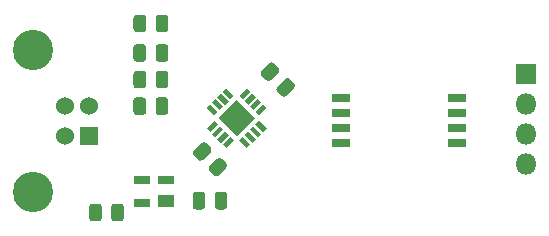
<source format=gts>
G04 #@! TF.GenerationSoftware,KiCad,Pcbnew,(5.1.6)-1*
G04 #@! TF.CreationDate,2020-09-01T22:28:32+02:00*
G04 #@! TF.ProjectId,UtU,5574552e-6b69-4636-9164-5f7063625858,rev?*
G04 #@! TF.SameCoordinates,Original*
G04 #@! TF.FileFunction,Soldermask,Top*
G04 #@! TF.FilePolarity,Negative*
%FSLAX46Y46*%
G04 Gerber Fmt 4.6, Leading zero omitted, Abs format (unit mm)*
G04 Created by KiCad (PCBNEW (5.1.6)-1) date 2020-09-01 22:28:32*
%MOMM*%
%LPD*%
G01*
G04 APERTURE LIST*
%ADD10C,0.100000*%
%ADD11R,1.549999X0.660000*%
%ADD12O,1.800000X1.800000*%
%ADD13R,1.800000X1.800000*%
%ADD14C,3.416000*%
%ADD15C,1.528000*%
%ADD16R,1.528000X1.528000*%
%ADD17R,1.410000X0.650000*%
%ADD18R,1.410000X1.040000*%
G04 APERTURE END LIST*
D10*
G04 #@! TO.C,U2*
G36*
X125500000Y-63194365D02*
G01*
X127055635Y-64750000D01*
X125500000Y-66305635D01*
X123944365Y-64750000D01*
X125500000Y-63194365D01*
G37*
G36*
X127395046Y-64969203D02*
G01*
X128038513Y-65612670D01*
X127741528Y-65909655D01*
X127098061Y-65266188D01*
X127395046Y-64969203D01*
G37*
G36*
X126935427Y-65428823D02*
G01*
X127578894Y-66072290D01*
X127281909Y-66369275D01*
X126638442Y-65725808D01*
X126935427Y-65428823D01*
G37*
G36*
X126475808Y-65888442D02*
G01*
X127119275Y-66531909D01*
X126822290Y-66828894D01*
X126178823Y-66185427D01*
X126475808Y-65888442D01*
G37*
G36*
X126016188Y-66348061D02*
G01*
X126659655Y-66991528D01*
X126362670Y-67288513D01*
X125719203Y-66645046D01*
X126016188Y-66348061D01*
G37*
G36*
X124983812Y-66348061D02*
G01*
X125280797Y-66645046D01*
X124637330Y-67288513D01*
X124340345Y-66991528D01*
X124983812Y-66348061D01*
G37*
G36*
X124524192Y-65888442D02*
G01*
X124821177Y-66185427D01*
X124177710Y-66828894D01*
X123880725Y-66531909D01*
X124524192Y-65888442D01*
G37*
G36*
X124064573Y-65428823D02*
G01*
X124361558Y-65725808D01*
X123718091Y-66369275D01*
X123421106Y-66072290D01*
X124064573Y-65428823D01*
G37*
G36*
X123604954Y-64969203D02*
G01*
X123901939Y-65266188D01*
X123258472Y-65909655D01*
X122961487Y-65612670D01*
X123604954Y-64969203D01*
G37*
G36*
X123258472Y-63590345D02*
G01*
X123901939Y-64233812D01*
X123604954Y-64530797D01*
X122961487Y-63887330D01*
X123258472Y-63590345D01*
G37*
G36*
X123718091Y-63130725D02*
G01*
X124361558Y-63774192D01*
X124064573Y-64071177D01*
X123421106Y-63427710D01*
X123718091Y-63130725D01*
G37*
G36*
X124177710Y-62671106D02*
G01*
X124821177Y-63314573D01*
X124524192Y-63611558D01*
X123880725Y-62968091D01*
X124177710Y-62671106D01*
G37*
G36*
X124637330Y-62211487D02*
G01*
X125280797Y-62854954D01*
X124983812Y-63151939D01*
X124340345Y-62508472D01*
X124637330Y-62211487D01*
G37*
G36*
X126362670Y-62211487D02*
G01*
X126659655Y-62508472D01*
X126016188Y-63151939D01*
X125719203Y-62854954D01*
X126362670Y-62211487D01*
G37*
G36*
X126822290Y-62671106D02*
G01*
X127119275Y-62968091D01*
X126475808Y-63611558D01*
X126178823Y-63314573D01*
X126822290Y-62671106D01*
G37*
G36*
X127281909Y-63130725D02*
G01*
X127578894Y-63427710D01*
X126935427Y-64071177D01*
X126638442Y-63774192D01*
X127281909Y-63130725D01*
G37*
G36*
X127741528Y-63590345D02*
G01*
X128038513Y-63887330D01*
X127395046Y-64530797D01*
X127098061Y-64233812D01*
X127741528Y-63590345D01*
G37*
G04 #@! TD*
D11*
G04 #@! TO.C,U1*
X144130000Y-63095000D03*
X144130000Y-64365000D03*
X144130000Y-65635000D03*
X144130000Y-66905000D03*
X134370000Y-66905000D03*
X134370000Y-65635000D03*
X134370000Y-64365000D03*
X134370000Y-63095000D03*
G04 #@! TD*
G04 #@! TO.C,R2*
G36*
G01*
X118650000Y-61981250D02*
X118650000Y-61018750D01*
G75*
G02*
X118918750Y-60750000I268750J0D01*
G01*
X119456250Y-60750000D01*
G75*
G02*
X119725000Y-61018750I0J-268750D01*
G01*
X119725000Y-61981250D01*
G75*
G02*
X119456250Y-62250000I-268750J0D01*
G01*
X118918750Y-62250000D01*
G75*
G02*
X118650000Y-61981250I0J268750D01*
G01*
G37*
G36*
G01*
X116775000Y-61981250D02*
X116775000Y-61018750D01*
G75*
G02*
X117043750Y-60750000I268750J0D01*
G01*
X117581250Y-60750000D01*
G75*
G02*
X117850000Y-61018750I0J-268750D01*
G01*
X117850000Y-61981250D01*
G75*
G02*
X117581250Y-62250000I-268750J0D01*
G01*
X117043750Y-62250000D01*
G75*
G02*
X116775000Y-61981250I0J268750D01*
G01*
G37*
G04 #@! TD*
G04 #@! TO.C,R1*
G36*
G01*
X117850000Y-63268750D02*
X117850000Y-64231250D01*
G75*
G02*
X117581250Y-64500000I-268750J0D01*
G01*
X117043750Y-64500000D01*
G75*
G02*
X116775000Y-64231250I0J268750D01*
G01*
X116775000Y-63268750D01*
G75*
G02*
X117043750Y-63000000I268750J0D01*
G01*
X117581250Y-63000000D01*
G75*
G02*
X117850000Y-63268750I0J-268750D01*
G01*
G37*
G36*
G01*
X119725000Y-63268750D02*
X119725000Y-64231250D01*
G75*
G02*
X119456250Y-64500000I-268750J0D01*
G01*
X118918750Y-64500000D01*
G75*
G02*
X118650000Y-64231250I0J268750D01*
G01*
X118650000Y-63268750D01*
G75*
G02*
X118918750Y-63000000I268750J0D01*
G01*
X119456250Y-63000000D01*
G75*
G02*
X119725000Y-63268750I0J-268750D01*
G01*
G37*
G04 #@! TD*
D12*
G04 #@! TO.C,J2*
X150000000Y-68620000D03*
X150000000Y-66080000D03*
X150000000Y-63540000D03*
D13*
X150000000Y-61000000D03*
G04 #@! TD*
D14*
G04 #@! TO.C,J1*
X108290000Y-71020000D03*
X108290000Y-58980000D03*
D15*
X111000000Y-66250000D03*
X111000000Y-63750000D03*
D16*
X113000000Y-66250000D03*
D15*
X113000000Y-63750000D03*
G04 #@! TD*
G04 #@! TO.C,FB1*
G36*
G01*
X114100000Y-72268750D02*
X114100000Y-73231250D01*
G75*
G02*
X113831250Y-73500000I-268750J0D01*
G01*
X113293750Y-73500000D01*
G75*
G02*
X113025000Y-73231250I0J268750D01*
G01*
X113025000Y-72268750D01*
G75*
G02*
X113293750Y-72000000I268750J0D01*
G01*
X113831250Y-72000000D01*
G75*
G02*
X114100000Y-72268750I0J-268750D01*
G01*
G37*
G36*
G01*
X115975000Y-72268750D02*
X115975000Y-73231250D01*
G75*
G02*
X115706250Y-73500000I-268750J0D01*
G01*
X115168750Y-73500000D01*
G75*
G02*
X114900000Y-73231250I0J268750D01*
G01*
X114900000Y-72268750D01*
G75*
G02*
X115168750Y-72000000I268750J0D01*
G01*
X115706250Y-72000000D01*
G75*
G02*
X115975000Y-72268750I0J-268750D01*
G01*
G37*
G04 #@! TD*
G04 #@! TO.C,D3*
G36*
G01*
X118650000Y-57231250D02*
X118650000Y-56268750D01*
G75*
G02*
X118918750Y-56000000I268750J0D01*
G01*
X119456250Y-56000000D01*
G75*
G02*
X119725000Y-56268750I0J-268750D01*
G01*
X119725000Y-57231250D01*
G75*
G02*
X119456250Y-57500000I-268750J0D01*
G01*
X118918750Y-57500000D01*
G75*
G02*
X118650000Y-57231250I0J268750D01*
G01*
G37*
G36*
G01*
X116775000Y-57231250D02*
X116775000Y-56268750D01*
G75*
G02*
X117043750Y-56000000I268750J0D01*
G01*
X117581250Y-56000000D01*
G75*
G02*
X117850000Y-56268750I0J-268750D01*
G01*
X117850000Y-57231250D01*
G75*
G02*
X117581250Y-57500000I-268750J0D01*
G01*
X117043750Y-57500000D01*
G75*
G02*
X116775000Y-57231250I0J268750D01*
G01*
G37*
G04 #@! TD*
G04 #@! TO.C,D2*
G36*
G01*
X118650000Y-59731250D02*
X118650000Y-58768750D01*
G75*
G02*
X118918750Y-58500000I268750J0D01*
G01*
X119456250Y-58500000D01*
G75*
G02*
X119725000Y-58768750I0J-268750D01*
G01*
X119725000Y-59731250D01*
G75*
G02*
X119456250Y-60000000I-268750J0D01*
G01*
X118918750Y-60000000D01*
G75*
G02*
X118650000Y-59731250I0J268750D01*
G01*
G37*
G36*
G01*
X116775000Y-59731250D02*
X116775000Y-58768750D01*
G75*
G02*
X117043750Y-58500000I268750J0D01*
G01*
X117581250Y-58500000D01*
G75*
G02*
X117850000Y-58768750I0J-268750D01*
G01*
X117850000Y-59731250D01*
G75*
G02*
X117581250Y-60000000I-268750J0D01*
G01*
X117043750Y-60000000D01*
G75*
G02*
X116775000Y-59731250I0J268750D01*
G01*
G37*
G04 #@! TD*
D17*
G04 #@! TO.C,D1*
X117500000Y-70040000D03*
X119500000Y-70040000D03*
D18*
X119500000Y-71760000D03*
D17*
X117500000Y-71960000D03*
G04 #@! TD*
G04 #@! TO.C,C8*
G36*
G01*
X122850000Y-71268750D02*
X122850000Y-72231250D01*
G75*
G02*
X122581250Y-72500000I-268750J0D01*
G01*
X122043750Y-72500000D01*
G75*
G02*
X121775000Y-72231250I0J268750D01*
G01*
X121775000Y-71268750D01*
G75*
G02*
X122043750Y-71000000I268750J0D01*
G01*
X122581250Y-71000000D01*
G75*
G02*
X122850000Y-71268750I0J-268750D01*
G01*
G37*
G36*
G01*
X124725000Y-71268750D02*
X124725000Y-72231250D01*
G75*
G02*
X124456250Y-72500000I-268750J0D01*
G01*
X123918750Y-72500000D01*
G75*
G02*
X123650000Y-72231250I0J268750D01*
G01*
X123650000Y-71268750D01*
G75*
G02*
X123918750Y-71000000I268750J0D01*
G01*
X124456250Y-71000000D01*
G75*
G02*
X124725000Y-71268750I0J-268750D01*
G01*
G37*
G04 #@! TD*
G04 #@! TO.C,C7*
G36*
G01*
X129057452Y-60876862D02*
X128376862Y-61557452D01*
G75*
G02*
X127996792Y-61557452I-190035J190035D01*
G01*
X127616722Y-61177382D01*
G75*
G02*
X127616722Y-60797312I190035J190035D01*
G01*
X128297312Y-60116722D01*
G75*
G02*
X128677382Y-60116722I190035J-190035D01*
G01*
X129057452Y-60496792D01*
G75*
G02*
X129057452Y-60876862I-190035J-190035D01*
G01*
G37*
G36*
G01*
X130383278Y-62202688D02*
X129702688Y-62883278D01*
G75*
G02*
X129322618Y-62883278I-190035J190035D01*
G01*
X128942548Y-62503208D01*
G75*
G02*
X128942548Y-62123138I190035J190035D01*
G01*
X129623138Y-61442548D01*
G75*
G02*
X130003208Y-61442548I190035J-190035D01*
G01*
X130383278Y-61822618D01*
G75*
G02*
X130383278Y-62202688I-190035J-190035D01*
G01*
G37*
G04 #@! TD*
G04 #@! TO.C,C6*
G36*
G01*
X123307452Y-67626862D02*
X122626862Y-68307452D01*
G75*
G02*
X122246792Y-68307452I-190035J190035D01*
G01*
X121866722Y-67927382D01*
G75*
G02*
X121866722Y-67547312I190035J190035D01*
G01*
X122547312Y-66866722D01*
G75*
G02*
X122927382Y-66866722I190035J-190035D01*
G01*
X123307452Y-67246792D01*
G75*
G02*
X123307452Y-67626862I-190035J-190035D01*
G01*
G37*
G36*
G01*
X124633278Y-68952688D02*
X123952688Y-69633278D01*
G75*
G02*
X123572618Y-69633278I-190035J190035D01*
G01*
X123192548Y-69253208D01*
G75*
G02*
X123192548Y-68873138I190035J190035D01*
G01*
X123873138Y-68192548D01*
G75*
G02*
X124253208Y-68192548I190035J-190035D01*
G01*
X124633278Y-68572618D01*
G75*
G02*
X124633278Y-68952688I-190035J-190035D01*
G01*
G37*
G04 #@! TD*
M02*

</source>
